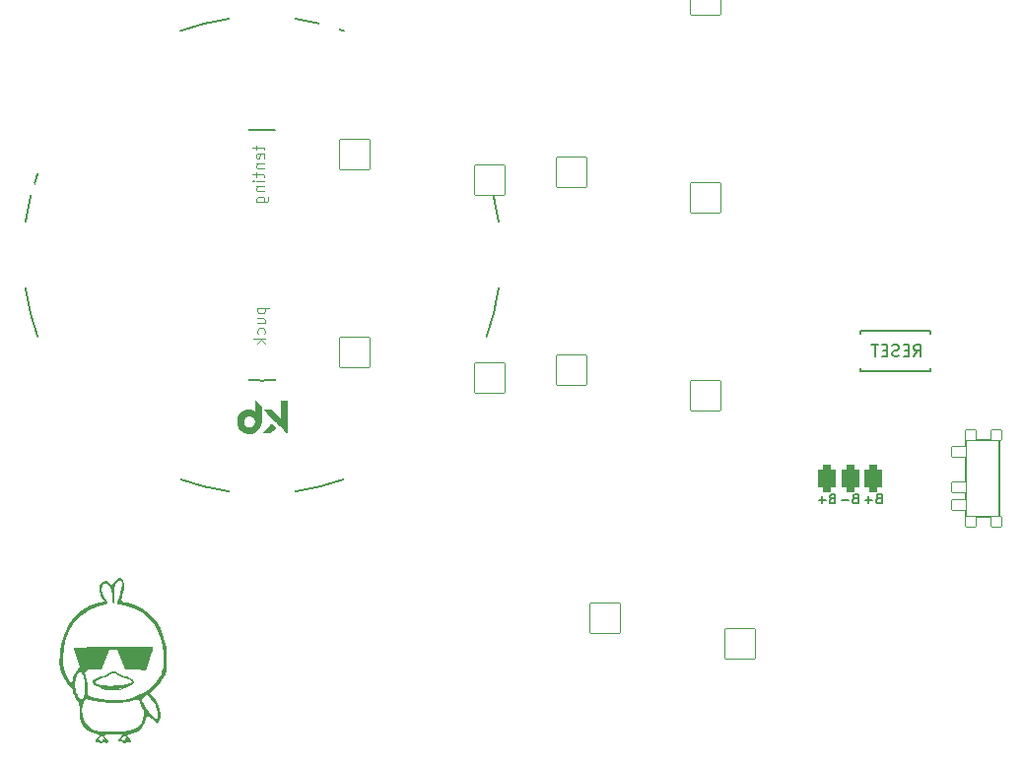
<source format=gbo>
%TF.GenerationSoftware,KiCad,Pcbnew,(6.0.4)*%
%TF.CreationDate,2022-05-26T21:53:46+02:00*%
%TF.ProjectId,batta,62617474-612e-46b6-9963-61645f706362,v1.0.0*%
%TF.SameCoordinates,Original*%
%TF.FileFunction,Legend,Bot*%
%TF.FilePolarity,Positive*%
%FSLAX46Y46*%
G04 Gerber Fmt 4.6, Leading zero omitted, Abs format (unit mm)*
G04 Created by KiCad (PCBNEW (6.0.4)) date 2022-05-26 21:53:46*
%MOMM*%
%LPD*%
G01*
G04 APERTURE LIST*
G04 Aperture macros list*
%AMRoundRect*
0 Rectangle with rounded corners*
0 $1 Rounding radius*
0 $2 $3 $4 $5 $6 $7 $8 $9 X,Y pos of 4 corners*
0 Add a 4 corners polygon primitive as box body*
4,1,4,$2,$3,$4,$5,$6,$7,$8,$9,$2,$3,0*
0 Add four circle primitives for the rounded corners*
1,1,$1+$1,$2,$3*
1,1,$1+$1,$4,$5*
1,1,$1+$1,$6,$7*
1,1,$1+$1,$8,$9*
0 Add four rect primitives between the rounded corners*
20,1,$1+$1,$2,$3,$4,$5,0*
20,1,$1+$1,$4,$5,$6,$7,0*
20,1,$1+$1,$6,$7,$8,$9,0*
20,1,$1+$1,$8,$9,$2,$3,0*%
%AMFreePoly0*
4,1,14,0.635355,0.435355,0.650000,0.400000,0.650000,0.200000,0.635355,0.164645,0.035355,-0.435355,0.000000,-0.450000,-0.035355,-0.435355,-0.635355,0.164645,-0.650000,0.200000,-0.650000,0.400000,-0.635355,0.435355,-0.600000,0.450000,0.600000,0.450000,0.635355,0.435355,0.635355,0.435355,$1*%
%AMFreePoly1*
4,1,16,0.635355,1.035355,0.650000,1.000000,0.650000,-0.250000,0.635355,-0.285355,0.600000,-0.300000,-0.600000,-0.300000,-0.635355,-0.285355,-0.650000,-0.250000,-0.650000,1.000000,-0.635355,1.035355,-0.600000,1.050000,-0.564645,1.035355,0.000000,0.470710,0.564645,1.035355,0.600000,1.050000,0.635355,1.035355,0.635355,1.035355,$1*%
G04 Aperture macros list end*
%ADD10C,0.150000*%
%ADD11C,0.100000*%
%ADD12C,0.200000*%
%ADD13C,0.010000*%
%ADD14RoundRect,0.375000X-0.375000X-0.750000X0.375000X-0.750000X0.375000X0.750000X-0.375000X0.750000X0*%
%ADD15C,0.250000*%
%ADD16RoundRect,0.425000X-0.375000X-0.750000X0.375000X-0.750000X0.375000X0.750000X-0.375000X0.750000X0*%
%ADD17C,2.100000*%
%ADD18C,3.100000*%
%ADD19C,1.801800*%
%ADD20C,3.529000*%
%ADD21RoundRect,0.050000X-1.054507X-1.505993X1.505993X-1.054507X1.054507X1.505993X-1.505993X1.054507X0*%
%ADD22C,2.132000*%
%ADD23RoundRect,0.050000X-1.181751X-1.408356X1.408356X-1.181751X1.181751X1.408356X-1.408356X1.181751X0*%
%ADD24RoundRect,0.050000X-1.300000X-1.300000X1.300000X-1.300000X1.300000X1.300000X-1.300000X1.300000X0*%
%ADD25RoundRect,0.050000X-1.592168X-0.919239X0.919239X-1.592168X1.592168X0.919239X-0.919239X1.592168X0*%
%ADD26RoundRect,0.050000X-0.450000X0.450000X-0.450000X-0.450000X0.450000X-0.450000X0.450000X0.450000X0*%
%ADD27C,1.100000*%
%ADD28RoundRect,0.050000X-0.625000X0.450000X-0.625000X-0.450000X0.625000X-0.450000X0.625000X0.450000X0*%
%ADD29RoundRect,0.050000X-0.974245X-1.559117X1.559117X-0.974245X0.974245X1.559117X-1.559117X0.974245X0*%
%ADD30RoundRect,0.050000X-0.863113X-1.623279X1.623279X-0.863113X0.863113X1.623279X-1.623279X0.863113X0*%
%ADD31C,4.500000*%
%ADD32FreePoly0,270.000000*%
%ADD33C,1.700000*%
%ADD34FreePoly0,90.000000*%
%ADD35FreePoly1,90.000000*%
%ADD36FreePoly1,270.000000*%
G04 APERTURE END LIST*
D10*
%TO.C,PAD1*%
X157092095Y66051142D02*
X156977809Y66013047D01*
X156939714Y65974952D01*
X156901619Y65898761D01*
X156901619Y65784476D01*
X156939714Y65708285D01*
X156977809Y65670190D01*
X157054000Y65632095D01*
X157358761Y65632095D01*
X157358761Y66432095D01*
X157092095Y66432095D01*
X157015904Y66394000D01*
X156977809Y66355904D01*
X156939714Y66279714D01*
X156939714Y66203523D01*
X156977809Y66127333D01*
X157015904Y66089238D01*
X157092095Y66051142D01*
X157358761Y66051142D01*
X156558761Y65936857D02*
X155949238Y65936857D01*
X156254000Y65632095D02*
X156254000Y66241619D01*
X153092095Y66051142D02*
X152977809Y66013047D01*
X152939714Y65974952D01*
X152901619Y65898761D01*
X152901619Y65784476D01*
X152939714Y65708285D01*
X152977809Y65670190D01*
X153054000Y65632095D01*
X153358761Y65632095D01*
X153358761Y66432095D01*
X153092095Y66432095D01*
X153015904Y66394000D01*
X152977809Y66355904D01*
X152939714Y66279714D01*
X152939714Y66203523D01*
X152977809Y66127333D01*
X153015904Y66089238D01*
X153092095Y66051142D01*
X153358761Y66051142D01*
X152558761Y65936857D02*
X151949238Y65936857D01*
X152254000Y65632095D02*
X152254000Y66241619D01*
X155092095Y66051142D02*
X154977809Y66013047D01*
X154939714Y65974952D01*
X154901619Y65898761D01*
X154901619Y65784476D01*
X154939714Y65708285D01*
X154977809Y65670190D01*
X155054000Y65632095D01*
X155358761Y65632095D01*
X155358761Y66432095D01*
X155092095Y66432095D01*
X155015904Y66394000D01*
X154977809Y66355904D01*
X154939714Y66279714D01*
X154939714Y66203523D01*
X154977809Y66127333D01*
X155015904Y66089238D01*
X155092095Y66051142D01*
X155358761Y66051142D01*
X154558761Y65936857D02*
X153949238Y65936857D01*
%TO.C,B1*%
X160127380Y78287619D02*
X160460714Y78763809D01*
X160698809Y78287619D02*
X160698809Y79287619D01*
X160317857Y79287619D01*
X160222619Y79240000D01*
X160175000Y79192380D01*
X160127380Y79097142D01*
X160127380Y78954285D01*
X160175000Y78859047D01*
X160222619Y78811428D01*
X160317857Y78763809D01*
X160698809Y78763809D01*
X159698809Y78811428D02*
X159365476Y78811428D01*
X159222619Y78287619D02*
X159698809Y78287619D01*
X159698809Y79287619D01*
X159222619Y79287619D01*
X158841666Y78335238D02*
X158698809Y78287619D01*
X158460714Y78287619D01*
X158365476Y78335238D01*
X158317857Y78382857D01*
X158270238Y78478095D01*
X158270238Y78573333D01*
X158317857Y78668571D01*
X158365476Y78716190D01*
X158460714Y78763809D01*
X158651190Y78811428D01*
X158746428Y78859047D01*
X158794047Y78906666D01*
X158841666Y79001904D01*
X158841666Y79097142D01*
X158794047Y79192380D01*
X158746428Y79240000D01*
X158651190Y79287619D01*
X158413095Y79287619D01*
X158270238Y79240000D01*
X157841666Y78811428D02*
X157508333Y78811428D01*
X157365476Y78287619D02*
X157841666Y78287619D01*
X157841666Y79287619D01*
X157365476Y79287619D01*
X157079761Y79287619D02*
X156508333Y79287619D01*
X156794047Y78287619D02*
X156794047Y79287619D01*
D11*
%TO.C,REF\u002A\u002A*%
X103671714Y96416500D02*
X103671714Y96035547D01*
X103338380Y96273642D02*
X104195523Y96273642D01*
X104290761Y96226023D01*
X104338380Y96130785D01*
X104338380Y96035547D01*
X104290761Y95321261D02*
X104338380Y95416500D01*
X104338380Y95606976D01*
X104290761Y95702214D01*
X104195523Y95749833D01*
X103814571Y95749833D01*
X103719333Y95702214D01*
X103671714Y95606976D01*
X103671714Y95416500D01*
X103719333Y95321261D01*
X103814571Y95273642D01*
X103909809Y95273642D01*
X104005047Y95749833D01*
X103671714Y94845071D02*
X104338380Y94845071D01*
X103766952Y94845071D02*
X103719333Y94797452D01*
X103671714Y94702214D01*
X103671714Y94559357D01*
X103719333Y94464119D01*
X103814571Y94416500D01*
X104338380Y94416500D01*
X103671714Y94083166D02*
X103671714Y93702214D01*
X103338380Y93940309D02*
X104195523Y93940309D01*
X104290761Y93892690D01*
X104338380Y93797452D01*
X104338380Y93702214D01*
X104338380Y93368880D02*
X103671714Y93368880D01*
X103338380Y93368880D02*
X103386000Y93416500D01*
X103433619Y93368880D01*
X103386000Y93321261D01*
X103338380Y93368880D01*
X103433619Y93368880D01*
X103671714Y92892690D02*
X104338380Y92892690D01*
X103766952Y92892690D02*
X103719333Y92845071D01*
X103671714Y92749833D01*
X103671714Y92606976D01*
X103719333Y92511738D01*
X103814571Y92464119D01*
X104338380Y92464119D01*
X103671714Y91559357D02*
X104481238Y91559357D01*
X104576476Y91606976D01*
X104624095Y91654595D01*
X104671714Y91749833D01*
X104671714Y91892690D01*
X104624095Y91987928D01*
X104290761Y91559357D02*
X104338380Y91654595D01*
X104338380Y91845071D01*
X104290761Y91940309D01*
X104243142Y91987928D01*
X104147904Y92035547D01*
X103862190Y92035547D01*
X103766952Y91987928D01*
X103719333Y91940309D01*
X103671714Y91845071D01*
X103671714Y91654595D01*
X103719333Y91559357D01*
X103735214Y82462500D02*
X104735214Y82462500D01*
X103782833Y82462500D02*
X103735214Y82367261D01*
X103735214Y82176785D01*
X103782833Y82081547D01*
X103830452Y82033928D01*
X103925690Y81986309D01*
X104211404Y81986309D01*
X104306642Y82033928D01*
X104354261Y82081547D01*
X104401880Y82176785D01*
X104401880Y82367261D01*
X104354261Y82462500D01*
X103735214Y81129166D02*
X104401880Y81129166D01*
X103735214Y81557738D02*
X104259023Y81557738D01*
X104354261Y81510119D01*
X104401880Y81414880D01*
X104401880Y81272023D01*
X104354261Y81176785D01*
X104306642Y81129166D01*
X104354261Y80224404D02*
X104401880Y80319642D01*
X104401880Y80510119D01*
X104354261Y80605357D01*
X104306642Y80652976D01*
X104211404Y80700595D01*
X103925690Y80700595D01*
X103830452Y80652976D01*
X103782833Y80605357D01*
X103735214Y80510119D01*
X103735214Y80319642D01*
X103782833Y80224404D01*
X104401880Y79795833D02*
X103401880Y79795833D01*
X104020928Y79700595D02*
X104401880Y79414880D01*
X103735214Y79414880D02*
X104116166Y79795833D01*
D10*
%TO.C,B1*%
X155548000Y76990000D02*
X155548000Y77240000D01*
X161548000Y76990000D02*
X155548000Y76990000D01*
X161548000Y80490000D02*
X161548000Y80240000D01*
X155548000Y80240000D02*
X155548000Y80490000D01*
X155548000Y80490000D02*
X161548000Y80490000D01*
X161548000Y77240000D02*
X161548000Y76990000D01*
%TO.C,T2*%
X167466000Y65832000D02*
X167466000Y69732000D01*
X164616000Y64482000D02*
X167466000Y64482000D01*
X167466000Y71082000D02*
X164616000Y71082000D01*
X164616000Y71082000D02*
X164616000Y64482000D01*
X167466000Y67782000D02*
X167466000Y71082000D01*
X167466000Y67782000D02*
X167466000Y64482000D01*
D12*
%TO.C,REF\u002A\u002A*%
X106997500Y66675000D02*
G75*
G03*
X111148045Y67708865I-2857506J20320019D01*
G01*
X104140000Y97790000D02*
G75*
G03*
X103011615Y97730864I-6J-10794921D01*
G01*
X83819999Y84137500D02*
G75*
G03*
X84853865Y79986954I20320001J2857500D01*
G01*
X105268385Y97730863D02*
G75*
G03*
X104140000Y97790000I-1128385J-10735763D01*
G01*
X101282500Y107315001D02*
G75*
G03*
X97131954Y106281135I2857500J-20320001D01*
G01*
X104140000Y76199999D02*
G75*
G03*
X105268385Y76259136I0J10794901D01*
G01*
X123426134Y79986952D02*
G75*
G03*
X124460000Y84137500I-19286134J7008048D01*
G01*
X103011615Y76259136D02*
G75*
G03*
X104140000Y76200000I1128379J10735785D01*
G01*
X84853865Y94003044D02*
G75*
G03*
X83820000Y89852500I19286255J-7008074D01*
G01*
X97131955Y67708865D02*
G75*
G03*
X101282500Y66675000I7008045J19286135D01*
G01*
X124460000Y89852500D02*
G75*
G03*
X123426134Y94003048I-20320000J-2857500D01*
G01*
X111148049Y106281133D02*
G75*
G03*
X106997500Y107315000I-7008049J-19286133D01*
G01*
G36*
X104017717Y72564636D02*
G01*
X104015104Y72536241D01*
X104006235Y72489791D01*
X103968682Y72362631D01*
X103913516Y72236768D01*
X103843824Y72118586D01*
X103762693Y72014466D01*
X103754299Y72005300D01*
X103645987Y71904974D01*
X103523567Y71820977D01*
X103390394Y71754998D01*
X103249826Y71708723D01*
X103105218Y71683842D01*
X103004972Y71679359D01*
X102856551Y71690758D01*
X102713132Y71723011D01*
X102576896Y71775034D01*
X102450021Y71845748D01*
X102334688Y71934070D01*
X102233075Y72038919D01*
X102147363Y72159212D01*
X102090108Y72266131D01*
X102036963Y72405367D01*
X102005607Y72549931D01*
X101999103Y72646295D01*
X102494342Y72646295D01*
X102494624Y72641005D01*
X102498942Y72585702D01*
X102506299Y72543410D01*
X102518944Y72504802D01*
X102539125Y72460556D01*
X102560613Y72422229D01*
X102602098Y72363435D01*
X102650155Y72307979D01*
X102699478Y72261785D01*
X102744764Y72230781D01*
X102760931Y72223005D01*
X102801836Y72205645D01*
X102844833Y72189559D01*
X102917660Y72170271D01*
X103021361Y72161750D01*
X103122902Y72174544D01*
X103219688Y72207676D01*
X103309120Y72260169D01*
X103388601Y72331046D01*
X103455535Y72419329D01*
X103484189Y72473474D01*
X103514621Y72567493D01*
X103525193Y72665042D01*
X103516887Y72762990D01*
X103490685Y72858203D01*
X103447572Y72947550D01*
X103388529Y73027896D01*
X103314539Y73096110D01*
X103226587Y73149059D01*
X103212584Y73155345D01*
X103114238Y73185970D01*
X103012886Y73196152D01*
X102911982Y73186832D01*
X102814983Y73158954D01*
X102725347Y73113458D01*
X102646530Y73051288D01*
X102581988Y72973384D01*
X102564218Y72944855D01*
X102520566Y72851432D01*
X102497710Y72753540D01*
X102494342Y72646295D01*
X101999103Y72646295D01*
X101995316Y72702409D01*
X101998877Y72792079D01*
X102021558Y72942358D01*
X102064310Y73084327D01*
X102126120Y73216312D01*
X102205978Y73336637D01*
X102302872Y73443626D01*
X102415792Y73535606D01*
X102543725Y73610899D01*
X102613576Y73643538D01*
X102688714Y73672755D01*
X102760366Y73692247D01*
X102836849Y73704184D01*
X102926484Y73710736D01*
X102944296Y73711404D01*
X103083497Y73704966D01*
X103213880Y73677290D01*
X103336096Y73628186D01*
X103450793Y73557464D01*
X103474927Y73540262D01*
X103499773Y73523919D01*
X103512204Y73517605D01*
X103513112Y73521635D01*
X103514561Y73545442D01*
X103515888Y73588565D01*
X103517057Y73648640D01*
X103518033Y73723302D01*
X103518783Y73810188D01*
X103519272Y73906933D01*
X103519464Y74011173D01*
X103519612Y74504741D01*
X104027316Y73994715D01*
X104027229Y73303001D01*
X104027226Y73291265D01*
X104026965Y73140791D01*
X104026301Y73003519D01*
X104025257Y72880863D01*
X104023854Y72774234D01*
X104022115Y72685045D01*
X104021531Y72665042D01*
X104020062Y72614708D01*
X104017717Y72564636D01*
G37*
D13*
X104017717Y72564636D02*
X104015104Y72536241D01*
X104006235Y72489791D01*
X103968682Y72362631D01*
X103913516Y72236768D01*
X103843824Y72118586D01*
X103762693Y72014466D01*
X103754299Y72005300D01*
X103645987Y71904974D01*
X103523567Y71820977D01*
X103390394Y71754998D01*
X103249826Y71708723D01*
X103105218Y71683842D01*
X103004972Y71679359D01*
X102856551Y71690758D01*
X102713132Y71723011D01*
X102576896Y71775034D01*
X102450021Y71845748D01*
X102334688Y71934070D01*
X102233075Y72038919D01*
X102147363Y72159212D01*
X102090108Y72266131D01*
X102036963Y72405367D01*
X102005607Y72549931D01*
X101999103Y72646295D01*
X102494342Y72646295D01*
X102494624Y72641005D01*
X102498942Y72585702D01*
X102506299Y72543410D01*
X102518944Y72504802D01*
X102539125Y72460556D01*
X102560613Y72422229D01*
X102602098Y72363435D01*
X102650155Y72307979D01*
X102699478Y72261785D01*
X102744764Y72230781D01*
X102760931Y72223005D01*
X102801836Y72205645D01*
X102844833Y72189559D01*
X102917660Y72170271D01*
X103021361Y72161750D01*
X103122902Y72174544D01*
X103219688Y72207676D01*
X103309120Y72260169D01*
X103388601Y72331046D01*
X103455535Y72419329D01*
X103484189Y72473474D01*
X103514621Y72567493D01*
X103525193Y72665042D01*
X103516887Y72762990D01*
X103490685Y72858203D01*
X103447572Y72947550D01*
X103388529Y73027896D01*
X103314539Y73096110D01*
X103226587Y73149059D01*
X103212584Y73155345D01*
X103114238Y73185970D01*
X103012886Y73196152D01*
X102911982Y73186832D01*
X102814983Y73158954D01*
X102725347Y73113458D01*
X102646530Y73051288D01*
X102581988Y72973384D01*
X102564218Y72944855D01*
X102520566Y72851432D01*
X102497710Y72753540D01*
X102494342Y72646295D01*
X101999103Y72646295D01*
X101995316Y72702409D01*
X101998877Y72792079D01*
X102021558Y72942358D01*
X102064310Y73084327D01*
X102126120Y73216312D01*
X102205978Y73336637D01*
X102302872Y73443626D01*
X102415792Y73535606D01*
X102543725Y73610899D01*
X102613576Y73643538D01*
X102688714Y73672755D01*
X102760366Y73692247D01*
X102836849Y73704184D01*
X102926484Y73710736D01*
X102944296Y73711404D01*
X103083497Y73704966D01*
X103213880Y73677290D01*
X103336096Y73628186D01*
X103450793Y73557464D01*
X103474927Y73540262D01*
X103499773Y73523919D01*
X103512204Y73517605D01*
X103513112Y73521635D01*
X103514561Y73545442D01*
X103515888Y73588565D01*
X103517057Y73648640D01*
X103518033Y73723302D01*
X103518783Y73810188D01*
X103519272Y73906933D01*
X103519464Y74011173D01*
X103519612Y74504741D01*
X104027316Y73994715D01*
X104027229Y73303001D01*
X104027226Y73291265D01*
X104026965Y73140791D01*
X104026301Y73003519D01*
X104025257Y72880863D01*
X104023854Y72774234D01*
X104022115Y72685045D01*
X104021531Y72665042D01*
X104020062Y72614708D01*
X104017717Y72564636D01*
G36*
X106220952Y71768644D02*
G01*
X106130108Y71860920D01*
X106116327Y71874916D01*
X106084466Y71907269D01*
X106038519Y71953923D01*
X105979703Y72013641D01*
X105909236Y72085186D01*
X105828337Y72167323D01*
X105738222Y72258816D01*
X105640110Y72358427D01*
X105535218Y72464920D01*
X105424764Y72577060D01*
X105309965Y72693609D01*
X105192040Y72813332D01*
X104344816Y73673469D01*
X104633184Y73676562D01*
X104921552Y73679656D01*
X105724498Y72876956D01*
X105724498Y74510514D01*
X106220952Y74510514D01*
X106220952Y71768644D01*
G37*
X106220952Y71768644D02*
X106130108Y71860920D01*
X106116327Y71874916D01*
X106084466Y71907269D01*
X106038519Y71953923D01*
X105979703Y72013641D01*
X105909236Y72085186D01*
X105828337Y72167323D01*
X105738222Y72258816D01*
X105640110Y72358427D01*
X105535218Y72464920D01*
X105424764Y72577060D01*
X105309965Y72693609D01*
X105192040Y72813332D01*
X104344816Y73673469D01*
X104633184Y73676562D01*
X104921552Y73679656D01*
X105724498Y72876956D01*
X105724498Y74510514D01*
X106220952Y74510514D01*
X106220952Y71768644D01*
G36*
X104927184Y72478331D02*
G01*
X104939413Y72468283D01*
X104964895Y72444663D01*
X105001042Y72409950D01*
X105045266Y72366625D01*
X105094979Y72317170D01*
X105256014Y72155826D01*
X105222132Y72118011D01*
X105218955Y72114519D01*
X105197087Y72091310D01*
X105162741Y72055564D01*
X105118925Y72010384D01*
X105068642Y71958871D01*
X105014900Y71904128D01*
X104841550Y71728059D01*
X104221536Y71728059D01*
X104249837Y71761694D01*
X104252130Y71764385D01*
X104272798Y71787614D01*
X104305556Y71823454D01*
X104348416Y71869799D01*
X104399388Y71924542D01*
X104456484Y71985577D01*
X104517714Y72050796D01*
X104581089Y72118094D01*
X104644622Y72185364D01*
X104706321Y72250499D01*
X104764200Y72311393D01*
X104816267Y72365939D01*
X104860536Y72412031D01*
X104895015Y72447562D01*
X104917718Y72470425D01*
X104926653Y72478514D01*
X104927184Y72478331D01*
G37*
X104927184Y72478331D02*
X104939413Y72468283D01*
X104964895Y72444663D01*
X105001042Y72409950D01*
X105045266Y72366625D01*
X105094979Y72317170D01*
X105256014Y72155826D01*
X105222132Y72118011D01*
X105218955Y72114519D01*
X105197087Y72091310D01*
X105162741Y72055564D01*
X105118925Y72010384D01*
X105068642Y71958871D01*
X105014900Y71904128D01*
X104841550Y71728059D01*
X104221536Y71728059D01*
X104249837Y71761694D01*
X104252130Y71764385D01*
X104272798Y71787614D01*
X104305556Y71823454D01*
X104348416Y71869799D01*
X104399388Y71924542D01*
X104456484Y71985577D01*
X104517714Y72050796D01*
X104581089Y72118094D01*
X104644622Y72185364D01*
X104706321Y72250499D01*
X104764200Y72311393D01*
X104816267Y72365939D01*
X104860536Y72412031D01*
X104895015Y72447562D01*
X104917718Y72470425D01*
X104926653Y72478514D01*
X104927184Y72478331D01*
%TO.C,G\u002A\u002A\u002A*%
G36*
X92090151Y49627570D02*
G01*
X91856858Y49563258D01*
X91606747Y49544050D01*
X91270667Y49555225D01*
X90986219Y49576367D01*
X90716312Y49619910D01*
X90580476Y49661218D01*
X91121943Y49661218D01*
X91172212Y49644332D01*
X91355333Y49637727D01*
X91479582Y49640197D01*
X91585956Y49653481D01*
X91545833Y49674419D01*
X91411551Y49688426D01*
X91164833Y49674419D01*
X91121943Y49661218D01*
X90580476Y49661218D01*
X90454058Y49699662D01*
X90336275Y49750486D01*
X91801597Y49750486D01*
X91802908Y49721584D01*
X91912722Y49706018D01*
X91995945Y49719576D01*
X91963875Y49757170D01*
X91914914Y49770698D01*
X91801597Y49750486D01*
X90336275Y49750486D01*
X90147996Y49831729D01*
X89746667Y50032217D01*
X89668282Y50103879D01*
X89592425Y50280900D01*
X89592991Y50288759D01*
X89799283Y50288759D01*
X89857983Y50173540D01*
X90085333Y50063946D01*
X90307118Y50010411D01*
X90683604Y49968327D01*
X91124575Y49954937D01*
X91591166Y49967895D01*
X92044513Y50004850D01*
X92445752Y50063456D01*
X92756017Y50141363D01*
X92936445Y50236223D01*
X92952870Y50257106D01*
X92927648Y50360963D01*
X92745368Y50474542D01*
X92415354Y50591486D01*
X92240003Y50649272D01*
X91952971Y50770367D01*
X91750142Y50888931D01*
X91523133Y51016450D01*
X91238078Y51033650D01*
X90976467Y50886671D01*
X90852165Y50800634D01*
X90595190Y50675590D01*
X90293677Y50565696D01*
X90185675Y50530865D01*
X89908694Y50408302D01*
X89799283Y50288759D01*
X89592991Y50288759D01*
X89600521Y50393243D01*
X89700681Y50507134D01*
X89931092Y50630227D01*
X90037253Y50675334D01*
X90293403Y50762614D01*
X90481004Y50798141D01*
X90508079Y50800318D01*
X90704595Y50871562D01*
X90916560Y51011667D01*
X90965819Y51051487D01*
X91239808Y51197658D01*
X91507205Y51187960D01*
X91805483Y51022867D01*
X91824727Y51009006D01*
X92105319Y50861058D01*
X92401455Y50772737D01*
X92521155Y50750092D01*
X92839092Y50637187D01*
X93054233Y50476210D01*
X93133333Y50289127D01*
X93129109Y50257106D01*
X93128339Y50251266D01*
X93048156Y50134183D01*
X92852697Y49996498D01*
X92519500Y49821081D01*
X92375777Y49751706D01*
X92301849Y49719576D01*
X92149770Y49653481D01*
X92090151Y49627570D01*
G37*
G36*
X95259442Y46905333D02*
G01*
X95080028Y46693667D01*
X94889847Y46914905D01*
X94698073Y47106204D01*
X94483991Y47273234D01*
X94268316Y47410324D01*
X94167046Y47031686D01*
X94089659Y46807333D01*
X93826231Y46382822D01*
X93454214Y46064981D01*
X93000861Y45880708D01*
X92750623Y45812245D01*
X92577737Y45718440D01*
X92565769Y45611711D01*
X92710000Y45485649D01*
X92812742Y45386672D01*
X92838027Y45320075D01*
X92879333Y45211283D01*
X92867101Y45088285D01*
X92797061Y45052079D01*
X92628231Y45125783D01*
X92504914Y45163962D01*
X92424787Y45083450D01*
X92373787Y45001950D01*
X92253044Y44966823D01*
X92151542Y45075644D01*
X92099140Y45135602D01*
X91942532Y45150436D01*
X91859061Y45142079D01*
X91782767Y45206006D01*
X91807863Y45319653D01*
X91976775Y45319653D01*
X92048529Y45326426D01*
X92135489Y45332391D01*
X92230055Y45228474D01*
X92242357Y45187625D01*
X92279397Y45154979D01*
X92330367Y45277285D01*
X92342796Y45313841D01*
X92410581Y45414172D01*
X92510721Y45371053D01*
X92582415Y45325425D01*
X92676964Y45320075D01*
X92665574Y45373346D01*
X92547918Y45462119D01*
X92438257Y45550734D01*
X92364649Y45701812D01*
X92350157Y45792713D01*
X92312119Y45720000D01*
X92237115Y45597619D01*
X92085970Y45436952D01*
X92038370Y45394588D01*
X91976775Y45319653D01*
X91807863Y45319653D01*
X91812613Y45341165D01*
X91948000Y45508333D01*
X92060721Y45628613D01*
X92117333Y45733122D01*
X92098058Y45749097D01*
X91951057Y45777605D01*
X91690892Y45797310D01*
X91355333Y45804667D01*
X90960743Y45795436D01*
X90703987Y45761712D01*
X90593063Y45696462D01*
X90616460Y45592668D01*
X90762667Y45443312D01*
X90872249Y45318914D01*
X90895969Y45259995D01*
X90932000Y45170496D01*
X90876192Y45067763D01*
X90749393Y45049312D01*
X90632536Y45132400D01*
X90574992Y45161809D01*
X90463905Y45068900D01*
X90453052Y45054460D01*
X90347871Y44966615D01*
X90243433Y45021500D01*
X90175286Y45071084D01*
X89983733Y45127333D01*
X89929490Y45133637D01*
X89840726Y45215190D01*
X89861931Y45331615D01*
X90042325Y45331615D01*
X90101196Y45329547D01*
X90187380Y45333538D01*
X90273434Y45228474D01*
X90285393Y45177281D01*
X90322678Y45140838D01*
X90397544Y45250334D01*
X90432231Y45306915D01*
X90518980Y45368307D01*
X90648640Y45295229D01*
X90710894Y45250200D01*
X90725299Y45259995D01*
X90625277Y45383896D01*
X90485462Y45567764D01*
X90399127Y45720000D01*
X90398865Y45720718D01*
X90360071Y45797530D01*
X90346018Y45709160D01*
X90292576Y45580603D01*
X90148833Y45429234D01*
X90129500Y45414616D01*
X90042325Y45331615D01*
X89861931Y45331615D01*
X89865276Y45349982D01*
X90000667Y45485649D01*
X90091006Y45551564D01*
X90161167Y45676732D01*
X90066699Y45776951D01*
X89810167Y45847352D01*
X89797828Y45849377D01*
X89321255Y46011629D01*
X88920784Y46311861D01*
X88631089Y46724285D01*
X88547814Y46918086D01*
X88483345Y47159840D01*
X88453408Y47456258D01*
X88448903Y47864280D01*
X88448860Y47901843D01*
X88669666Y47901843D01*
X88703855Y47378080D01*
X88863259Y46906486D01*
X89135834Y46517674D01*
X89509535Y46242256D01*
X89547740Y46223624D01*
X89736097Y46145150D01*
X89940546Y46090693D01*
X90199395Y46054516D01*
X90550955Y46030884D01*
X91033535Y46014059D01*
X91604697Y46005675D01*
X92223194Y46023676D01*
X92711581Y46080229D01*
X93090819Y46181432D01*
X93381870Y46333383D01*
X93605694Y46542178D01*
X93783254Y46813915D01*
X93884529Y47050475D01*
X93966471Y47430221D01*
X93955436Y47779890D01*
X93848576Y48045717D01*
X93833639Y48066821D01*
X93726099Y48276554D01*
X93636048Y48533628D01*
X93578673Y48712155D01*
X93506930Y48800658D01*
X93404947Y48778602D01*
X93384596Y48769158D01*
X93206335Y48709770D01*
X92924680Y48633483D01*
X92590784Y48554382D01*
X92525628Y48540603D01*
X91826584Y48453659D01*
X91062673Y48450520D01*
X90306225Y48528041D01*
X89629571Y48683080D01*
X89337909Y48766803D01*
X89078710Y48800246D01*
X88912449Y48736468D01*
X88804247Y48558916D01*
X88719226Y48251036D01*
X88669666Y47901843D01*
X88448860Y47901843D01*
X88448570Y48157704D01*
X88433264Y48435229D01*
X88397135Y48592581D01*
X88336186Y48657889D01*
X88292845Y48685392D01*
X88163348Y48841409D01*
X88030098Y49072370D01*
X87926010Y49316190D01*
X87884000Y49510787D01*
X87877492Y49551718D01*
X87786503Y49725426D01*
X87622447Y49916326D01*
X87466162Y50086417D01*
X88083034Y50086417D01*
X88137891Y49530457D01*
X88172798Y49410235D01*
X88293625Y49134049D01*
X88433471Y48938144D01*
X88631612Y48752000D01*
X88784621Y48985520D01*
X88791980Y48997211D01*
X88884587Y49257259D01*
X88932045Y49618011D01*
X88933874Y50020552D01*
X88889593Y50405965D01*
X88798723Y50715333D01*
X88784513Y50746852D01*
X88680312Y50990303D01*
X88606909Y51181000D01*
X88593108Y51218654D01*
X88546548Y51273984D01*
X88475508Y51214714D01*
X88352074Y51023603D01*
X88175494Y50629602D01*
X88083034Y50086417D01*
X87466162Y50086417D01*
X87391662Y50167498D01*
X87046687Y50728695D01*
X86828912Y51387274D01*
X86740310Y52131605D01*
X86751634Y52349453D01*
X87037333Y52349453D01*
X87051598Y51916053D01*
X87132256Y51369611D01*
X87296742Y50893902D01*
X87559358Y50436515D01*
X87771877Y50123765D01*
X87914579Y50637039D01*
X87972624Y50817483D01*
X88120243Y51145386D01*
X88282024Y51375054D01*
X88506766Y51599797D01*
X88227747Y52389373D01*
X88150937Y52612082D01*
X88054480Y52911971D01*
X87995123Y53124433D01*
X87983469Y53213691D01*
X87993327Y53216156D01*
X88129931Y53225891D01*
X88412109Y53237554D01*
X88821589Y53250639D01*
X89340102Y53264643D01*
X89949378Y53279060D01*
X90631145Y53293386D01*
X91367135Y53307118D01*
X92255177Y53321149D01*
X93039608Y53329805D01*
X93668620Y53331980D01*
X94149312Y53327606D01*
X94488786Y53316614D01*
X94694143Y53298938D01*
X94772483Y53274508D01*
X94767050Y53168229D01*
X94709196Y52937387D01*
X94608276Y52617411D01*
X94474266Y52242808D01*
X94119625Y51302404D01*
X93267568Y51326369D01*
X92415512Y51350333D01*
X91721764Y53043667D01*
X91061220Y53043667D01*
X90714393Y52197000D01*
X90367567Y51350333D01*
X89624569Y51325736D01*
X89581125Y51324380D01*
X89251435Y51316045D01*
X89046381Y51294134D01*
X88947795Y51228177D01*
X88937510Y51087705D01*
X88997359Y50842247D01*
X89109173Y50461333D01*
X89177659Y50153477D01*
X89180290Y50020552D01*
X89189460Y49557344D01*
X89136032Y49119020D01*
X89716516Y48933069D01*
X89841603Y48896360D01*
X90369152Y48790313D01*
X90973967Y48726463D01*
X91596441Y48707253D01*
X92176969Y48735128D01*
X92655943Y48812532D01*
X92706688Y48829326D01*
X93811494Y48829326D01*
X93850368Y48650301D01*
X93978490Y48361811D01*
X94168946Y48035634D01*
X94393603Y47719169D01*
X94624329Y47459817D01*
X94656620Y47430221D01*
X94829582Y47271693D01*
X95003381Y47129176D01*
X95095814Y47074667D01*
X95119990Y47087971D01*
X95156983Y47216558D01*
X95164551Y47442068D01*
X95145264Y47715410D01*
X95101694Y47987490D01*
X95036409Y48209213D01*
X94983846Y48317075D01*
X94810897Y48591777D01*
X94605022Y48852562D01*
X94437735Y49031678D01*
X94314785Y49124283D01*
X94204974Y49127257D01*
X94056613Y49060169D01*
X94044045Y49053534D01*
X93879054Y48935990D01*
X93811494Y48829326D01*
X92706688Y48829326D01*
X93345072Y49040600D01*
X94037636Y49392478D01*
X94638727Y49832535D01*
X95123451Y50342255D01*
X95466911Y50903122D01*
X95546050Y51083499D01*
X95632071Y51325438D01*
X95680933Y51568424D01*
X95702355Y51868489D01*
X95706059Y52281667D01*
X95693847Y52699333D01*
X95604551Y53426649D01*
X95415106Y54106223D01*
X95109351Y54806437D01*
X94904161Y55171778D01*
X94429924Y55784119D01*
X93852712Y56266115D01*
X93164860Y56623495D01*
X92358703Y56861985D01*
X92308022Y56872616D01*
X92016096Y56936566D01*
X91804460Y56987479D01*
X91715967Y57015145D01*
X91713630Y57022716D01*
X91739213Y57134187D01*
X91810757Y57327500D01*
X91886846Y57539207D01*
X91984172Y57898858D01*
X92055789Y58267712D01*
X92091429Y58589494D01*
X92080827Y58807926D01*
X92019249Y58938007D01*
X91857400Y59012667D01*
X91828545Y59010770D01*
X91662876Y58905839D01*
X91540976Y58646886D01*
X91465724Y58242946D01*
X91440000Y57703053D01*
X91433060Y57388386D01*
X91411015Y57130475D01*
X91380090Y57000986D01*
X91346732Y57009934D01*
X91317386Y57167336D01*
X91298501Y57483209D01*
X91271962Y57785990D01*
X91168895Y58198090D01*
X91003192Y58513086D01*
X90789296Y58696561D01*
X90696143Y58729953D01*
X90519528Y58709447D01*
X90415656Y58540138D01*
X90381667Y58218676D01*
X90429683Y57882479D01*
X90607334Y57560621D01*
X90744157Y57372524D01*
X90855912Y57157979D01*
X90831634Y57017781D01*
X90660337Y56923552D01*
X90331037Y56846916D01*
X89974894Y56762944D01*
X89250956Y56473262D01*
X88613053Y56048956D01*
X88070423Y55502637D01*
X87632300Y54846916D01*
X87307920Y54094405D01*
X87106519Y53257713D01*
X87037333Y52349453D01*
X86751634Y52349453D01*
X86782854Y52950057D01*
X86958516Y53830998D01*
X87174637Y54484422D01*
X87560594Y55256015D01*
X88051518Y55909912D01*
X88638665Y56436989D01*
X89313291Y56828122D01*
X90066652Y57074187D01*
X90280479Y57121611D01*
X90486705Y57170687D01*
X90576352Y57196777D01*
X90573828Y57217299D01*
X90509179Y57340230D01*
X90385852Y57532889D01*
X90247409Y57795491D01*
X90164290Y58171560D01*
X90207669Y58522480D01*
X90377818Y58804849D01*
X90497321Y58916981D01*
X90644764Y58996560D01*
X90794198Y58957237D01*
X91004308Y58798407D01*
X91258941Y58584147D01*
X91370637Y58816498D01*
X91502017Y59002620D01*
X91709381Y59176116D01*
X91843944Y59243239D01*
X91971315Y59248022D01*
X92111548Y59144903D01*
X92209675Y59005694D01*
X92281521Y58691329D01*
X92265796Y58264949D01*
X92161780Y57746604D01*
X92114589Y57550014D01*
X92078996Y57339930D01*
X92083079Y57240699D01*
X92152549Y57211120D01*
X92349183Y57156755D01*
X92619750Y57096064D01*
X93106798Y56964555D01*
X93818391Y56638224D01*
X94440856Y56178241D01*
X94967025Y55595014D01*
X95389730Y54898953D01*
X95701804Y54100466D01*
X95896078Y53209961D01*
X95962260Y52281667D01*
X95965384Y52237846D01*
X95965914Y51982525D01*
X95959961Y51628150D01*
X95938003Y51369785D01*
X95891675Y51160285D01*
X95812614Y50952507D01*
X95692459Y50699309D01*
X95433312Y50261863D01*
X94956756Y49716888D01*
X94498261Y49297850D01*
X94754885Y49054092D01*
X94995219Y48770123D01*
X95212833Y48378525D01*
X95357385Y47956541D01*
X95419553Y47543879D01*
X95411282Y47442068D01*
X95390013Y47180241D01*
X95259442Y46905333D01*
G37*
%TD*%
D14*
%TO.C,PAD1*%
X152654000Y67794000D03*
X156654000Y67794000D03*
X154654000Y67794000D03*
%TD*%
%LPC*%
D15*
%TO.C,*%
X154811000Y114046000D02*
G75*
G03*
X154811000Y114046000I-125000J0D01*
G01*
X156335000Y98806000D02*
G75*
G03*
X156335000Y98806000I-125000J0D01*
G01*
X154811000Y106426000D02*
G75*
G03*
X154811000Y106426000I-125000J0D01*
G01*
X156335000Y96266000D02*
G75*
G03*
X156335000Y96266000I-125000J0D01*
G01*
X154811000Y98806000D02*
G75*
G03*
X154811000Y98806000I-125000J0D01*
G01*
X154811000Y91186000D02*
G75*
G03*
X154811000Y91186000I-125000J0D01*
G01*
X156335000Y106426000D02*
G75*
G03*
X156335000Y106426000I-125000J0D01*
G01*
X154811000Y93726000D02*
G75*
G03*
X154811000Y93726000I-125000J0D01*
G01*
X156335000Y93726000D02*
G75*
G03*
X156335000Y93726000I-125000J0D01*
G01*
X154811000Y108966000D02*
G75*
G03*
X154811000Y108966000I-125000J0D01*
G01*
X154811000Y116586000D02*
G75*
G03*
X154811000Y116586000I-125000J0D01*
G01*
X154811000Y103886000D02*
G75*
G03*
X154811000Y103886000I-125000J0D01*
G01*
X156335000Y119126000D02*
G75*
G03*
X156335000Y119126000I-125000J0D01*
G01*
X156335000Y111506000D02*
G75*
G03*
X156335000Y111506000I-125000J0D01*
G01*
X156335000Y116586000D02*
G75*
G03*
X156335000Y116586000I-125000J0D01*
G01*
X154811000Y101346000D02*
G75*
G03*
X154811000Y101346000I-125000J0D01*
G01*
X154811000Y96266000D02*
G75*
G03*
X154811000Y96266000I-125000J0D01*
G01*
X154811000Y119126000D02*
G75*
G03*
X154811000Y119126000I-125000J0D01*
G01*
X156335000Y108966000D02*
G75*
G03*
X156335000Y108966000I-125000J0D01*
G01*
X156335000Y101346000D02*
G75*
G03*
X156335000Y101346000I-125000J0D01*
G01*
X156335000Y114046000D02*
G75*
G03*
X156335000Y114046000I-125000J0D01*
G01*
X154811000Y111506000D02*
G75*
G03*
X154811000Y111506000I-125000J0D01*
G01*
X156335000Y103886000D02*
G75*
G03*
X156335000Y103886000I-125000J0D01*
G01*
X156335000Y91186000D02*
G75*
G03*
X156335000Y91186000I-125000J0D01*
G01*
G36*
X150368000Y103378000D02*
G01*
X149352000Y103378000D01*
X149352000Y104394000D01*
X150368000Y104394000D01*
X150368000Y103378000D01*
G37*
D11*
X150368000Y103378000D02*
X149352000Y103378000D01*
X149352000Y104394000D01*
X150368000Y104394000D01*
X150368000Y103378000D01*
G36*
X150368000Y93218000D02*
G01*
X149352000Y93218000D01*
X149352000Y94234000D01*
X150368000Y94234000D01*
X150368000Y93218000D01*
G37*
X150368000Y93218000D02*
X149352000Y93218000D01*
X149352000Y94234000D01*
X150368000Y94234000D01*
X150368000Y93218000D01*
G36*
X161544000Y100838000D02*
G01*
X160528000Y100838000D01*
X160528000Y101854000D01*
X161544000Y101854000D01*
X161544000Y100838000D01*
G37*
X161544000Y100838000D02*
X160528000Y100838000D01*
X160528000Y101854000D01*
X161544000Y101854000D01*
X161544000Y100838000D01*
G36*
X161544000Y118618000D02*
G01*
X160528000Y118618000D01*
X160528000Y119634000D01*
X161544000Y119634000D01*
X161544000Y118618000D01*
G37*
X161544000Y118618000D02*
X160528000Y118618000D01*
X160528000Y119634000D01*
X161544000Y119634000D01*
X161544000Y118618000D01*
G36*
X150368000Y90678000D02*
G01*
X149352000Y90678000D01*
X149352000Y91694000D01*
X150368000Y91694000D01*
X150368000Y90678000D01*
G37*
X150368000Y90678000D02*
X149352000Y90678000D01*
X149352000Y91694000D01*
X150368000Y91694000D01*
X150368000Y90678000D01*
G36*
X161544000Y116078000D02*
G01*
X160528000Y116078000D01*
X160528000Y117094000D01*
X161544000Y117094000D01*
X161544000Y116078000D01*
G37*
X161544000Y116078000D02*
X160528000Y116078000D01*
X160528000Y117094000D01*
X161544000Y117094000D01*
X161544000Y116078000D01*
G36*
X150368000Y98298000D02*
G01*
X149352000Y98298000D01*
X149352000Y99314000D01*
X150368000Y99314000D01*
X150368000Y98298000D01*
G37*
X150368000Y98298000D02*
X149352000Y98298000D01*
X149352000Y99314000D01*
X150368000Y99314000D01*
X150368000Y98298000D01*
G36*
X161544000Y103378000D02*
G01*
X160528000Y103378000D01*
X160528000Y104394000D01*
X161544000Y104394000D01*
X161544000Y103378000D01*
G37*
X161544000Y103378000D02*
X160528000Y103378000D01*
X160528000Y104394000D01*
X161544000Y104394000D01*
X161544000Y103378000D01*
G36*
X161544000Y98298000D02*
G01*
X160528000Y98298000D01*
X160528000Y99314000D01*
X161544000Y99314000D01*
X161544000Y98298000D01*
G37*
X161544000Y98298000D02*
X160528000Y98298000D01*
X160528000Y99314000D01*
X161544000Y99314000D01*
X161544000Y98298000D01*
G36*
X161544000Y105918000D02*
G01*
X160528000Y105918000D01*
X160528000Y106934000D01*
X161544000Y106934000D01*
X161544000Y105918000D01*
G37*
X161544000Y105918000D02*
X160528000Y105918000D01*
X160528000Y106934000D01*
X161544000Y106934000D01*
X161544000Y105918000D01*
G36*
X150368000Y113538000D02*
G01*
X149352000Y113538000D01*
X149352000Y114554000D01*
X150368000Y114554000D01*
X150368000Y113538000D01*
G37*
X150368000Y113538000D02*
X149352000Y113538000D01*
X149352000Y114554000D01*
X150368000Y114554000D01*
X150368000Y113538000D01*
G36*
X150368000Y108458000D02*
G01*
X149352000Y108458000D01*
X149352000Y109474000D01*
X150368000Y109474000D01*
X150368000Y108458000D01*
G37*
X150368000Y108458000D02*
X149352000Y108458000D01*
X149352000Y109474000D01*
X150368000Y109474000D01*
X150368000Y108458000D01*
G36*
X161544000Y95758000D02*
G01*
X160528000Y95758000D01*
X160528000Y96774000D01*
X161544000Y96774000D01*
X161544000Y95758000D01*
G37*
X161544000Y95758000D02*
X160528000Y95758000D01*
X160528000Y96774000D01*
X161544000Y96774000D01*
X161544000Y95758000D01*
G36*
X150368000Y110998000D02*
G01*
X149352000Y110998000D01*
X149352000Y112014000D01*
X150368000Y112014000D01*
X150368000Y110998000D01*
G37*
X150368000Y110998000D02*
X149352000Y110998000D01*
X149352000Y112014000D01*
X150368000Y112014000D01*
X150368000Y110998000D01*
G36*
X150368000Y95758000D02*
G01*
X149352000Y95758000D01*
X149352000Y96774000D01*
X150368000Y96774000D01*
X150368000Y95758000D01*
G37*
X150368000Y95758000D02*
X149352000Y95758000D01*
X149352000Y96774000D01*
X150368000Y96774000D01*
X150368000Y95758000D01*
G36*
X161544000Y93218000D02*
G01*
X160528000Y93218000D01*
X160528000Y94234000D01*
X161544000Y94234000D01*
X161544000Y93218000D01*
G37*
X161544000Y93218000D02*
X160528000Y93218000D01*
X160528000Y94234000D01*
X161544000Y94234000D01*
X161544000Y93218000D01*
G36*
X161544000Y108458000D02*
G01*
X160528000Y108458000D01*
X160528000Y109474000D01*
X161544000Y109474000D01*
X161544000Y108458000D01*
G37*
X161544000Y108458000D02*
X160528000Y108458000D01*
X160528000Y109474000D01*
X161544000Y109474000D01*
X161544000Y108458000D01*
G36*
X150368000Y116078000D02*
G01*
X149352000Y116078000D01*
X149352000Y117094000D01*
X150368000Y117094000D01*
X150368000Y116078000D01*
G37*
X150368000Y116078000D02*
X149352000Y116078000D01*
X149352000Y117094000D01*
X150368000Y117094000D01*
X150368000Y116078000D01*
G36*
X161544000Y90678000D02*
G01*
X160528000Y90678000D01*
X160528000Y91694000D01*
X161544000Y91694000D01*
X161544000Y90678000D01*
G37*
X161544000Y90678000D02*
X160528000Y90678000D01*
X160528000Y91694000D01*
X161544000Y91694000D01*
X161544000Y90678000D01*
G36*
X161544000Y110998000D02*
G01*
X160528000Y110998000D01*
X160528000Y112014000D01*
X161544000Y112014000D01*
X161544000Y110998000D01*
G37*
X161544000Y110998000D02*
X160528000Y110998000D01*
X160528000Y112014000D01*
X161544000Y112014000D01*
X161544000Y110998000D01*
G36*
X161544000Y113538000D02*
G01*
X160528000Y113538000D01*
X160528000Y114554000D01*
X161544000Y114554000D01*
X161544000Y113538000D01*
G37*
X161544000Y113538000D02*
X160528000Y113538000D01*
X160528000Y114554000D01*
X161544000Y114554000D01*
X161544000Y113538000D01*
G36*
X150368000Y118618000D02*
G01*
X149352000Y118618000D01*
X149352000Y119634000D01*
X150368000Y119634000D01*
X150368000Y118618000D01*
G37*
X150368000Y118618000D02*
X149352000Y118618000D01*
X149352000Y119634000D01*
X150368000Y119634000D01*
X150368000Y118618000D01*
G36*
X150368000Y105918000D02*
G01*
X149352000Y105918000D01*
X149352000Y106934000D01*
X150368000Y106934000D01*
X150368000Y105918000D01*
G37*
X150368000Y105918000D02*
X149352000Y105918000D01*
X149352000Y106934000D01*
X150368000Y106934000D01*
X150368000Y105918000D01*
G36*
X150368000Y100838000D02*
G01*
X149352000Y100838000D01*
X149352000Y101854000D01*
X150368000Y101854000D01*
X150368000Y100838000D01*
G37*
X150368000Y100838000D02*
X149352000Y100838000D01*
X149352000Y101854000D01*
X150368000Y101854000D01*
X150368000Y100838000D01*
%TD*%
D16*
%TO.C,PAD1*%
X152654000Y67794000D03*
X156654000Y67794000D03*
X154654000Y67794000D03*
%TD*%
D17*
%TO.C,B1*%
X161798000Y78740000D03*
X155298000Y78740000D03*
%TD*%
D18*
%TO.C,S11*%
X76973296Y109514099D03*
X71667231Y110812436D03*
D19*
X78116881Y105907895D03*
X67283995Y103997765D03*
D20*
X72700438Y104952830D03*
D18*
X67125219Y107777617D03*
D21*
X68441985Y110243738D03*
D22*
X78284340Y102078801D03*
X68436262Y100342320D03*
D21*
X80198542Y110082797D03*
D22*
X73724962Y99142464D03*
%TD*%
D19*
%TO.C,S15*%
X100384204Y97593524D03*
D20*
X94905133Y97114167D03*
D18*
X89597326Y100414117D03*
X99559273Y101285675D03*
D19*
X89426062Y96634810D03*
D18*
X94386556Y103041525D03*
D22*
X100217298Y93764406D03*
D23*
X91124018Y102756090D03*
D22*
X90255351Y92892848D03*
X95419352Y91236618D03*
D23*
X102821810Y101571110D03*
%TD*%
D19*
%TO.C,S21*%
X109911087Y89686017D03*
D20*
X115411087Y89686017D03*
D19*
X120911087Y89686017D03*
D18*
X110411087Y93436016D03*
X120411087Y93436016D03*
X115411087Y95636017D03*
D22*
X120411087Y85886017D03*
D24*
X112136086Y95636017D03*
D22*
X110411087Y85886017D03*
D24*
X123686087Y93436016D03*
D22*
X115411087Y83786017D03*
%TD*%
D24*
%TO.C,S29*%
X142260000Y108927999D03*
D22*
X133985000Y99278000D03*
X138985000Y101378000D03*
D24*
X130709999Y111128000D03*
D22*
X128985000Y101378000D03*
D18*
X138985000Y108927999D03*
D20*
X133985000Y105178000D03*
D19*
X139485000Y105178000D03*
D18*
X128985000Y108927999D03*
D19*
X128485000Y105178000D03*
D18*
X133985000Y111128000D03*
%TD*%
%TO.C,S33*%
X162599493Y49551124D03*
X158339266Y52970257D03*
D19*
X151486701Y48646503D03*
X162111885Y45799493D03*
D20*
X156799293Y47222998D03*
D18*
X152940235Y52139314D03*
D22*
X150986151Y44846575D03*
D25*
X155175858Y53817889D03*
D22*
X160645410Y42258385D03*
X155272261Y41524036D03*
D25*
X165762900Y48703491D03*
%TD*%
D19*
%TO.C,S7*%
X73188033Y70514301D03*
D18*
X73029257Y74294153D03*
D20*
X78604476Y71469366D03*
D19*
X84020919Y72424431D03*
D18*
X82877334Y76030635D03*
X77571269Y77328972D03*
D21*
X74346023Y76760274D03*
D22*
X74340300Y66858856D03*
X84188378Y68595337D03*
X79629000Y65659000D03*
D21*
X86102580Y76599333D03*
%TD*%
D26*
%TO.C,T2*%
X167216000Y64082000D03*
X167216000Y71482000D03*
X165016000Y64082000D03*
X165016000Y71482000D03*
D27*
X166116000Y69282000D03*
X166116000Y66282000D03*
D28*
X164041000Y70032000D03*
X164041000Y67032000D03*
X164041000Y65532000D03*
%TD*%
D19*
%TO.C,S1*%
X111747063Y46359988D03*
X122465133Y48834450D03*
D18*
X115767639Y53394721D03*
D20*
X117106098Y47597219D03*
D18*
X121134382Y52375861D03*
X111390681Y50126350D03*
D22*
X113089062Y42769857D03*
X122832762Y45019368D03*
D29*
X112576576Y52658006D03*
D22*
X118433309Y41848436D03*
D29*
X124325444Y53112576D03*
%TD*%
D18*
%TO.C,S5*%
X48785089Y85490480D03*
D19*
X59922682Y84974241D03*
D18*
X52923394Y89056210D03*
D20*
X54663006Y83366197D03*
D19*
X49403330Y81758153D03*
D18*
X58348136Y88414197D03*
D22*
X50992495Y78270380D03*
D30*
X49791495Y88098693D03*
D22*
X60555542Y81194097D03*
X56387999Y77723999D03*
D30*
X61480034Y89371715D03*
%TD*%
D19*
%TO.C,S27*%
X128485000Y88178000D03*
D18*
X128985000Y91927999D03*
D20*
X133985000Y88178000D03*
D18*
X138985000Y91927999D03*
D19*
X139485000Y88178000D03*
D18*
X133985000Y94128000D03*
D22*
X138985000Y84378000D03*
D24*
X130709999Y94128000D03*
D22*
X128985000Y84378000D03*
D24*
X142260000Y91927999D03*
D22*
X133985000Y82278000D03*
%TD*%
%TO.C,S9*%
X76676981Y82400732D03*
D21*
X83150561Y93341065D03*
X71394004Y93502006D03*
D22*
X81236359Y85337069D03*
X71388281Y83600588D03*
D18*
X70077238Y91035885D03*
D20*
X75652457Y88211098D03*
D18*
X74619250Y94070704D03*
D19*
X81068900Y89166163D03*
X70236014Y87256033D03*
D18*
X79925315Y92772367D03*
%TD*%
%TO.C,S13*%
X101040921Y84350365D03*
D20*
X96386781Y80178857D03*
D19*
X101865852Y80658214D03*
X90907710Y79699500D03*
D18*
X91078974Y83478807D03*
X95868204Y86106215D03*
D23*
X92605666Y85820780D03*
D22*
X91736999Y75957538D03*
X101698946Y76829096D03*
X96901000Y74301308D03*
D23*
X104303458Y84635800D03*
%TD*%
D18*
%TO.C,S17*%
X98077626Y118220985D03*
X88115679Y117349427D03*
D19*
X87944415Y113570120D03*
D18*
X92904909Y119976835D03*
D20*
X93423486Y114049477D03*
D19*
X98902557Y114528834D03*
D22*
X88773704Y109828158D03*
X98735651Y110699716D03*
D23*
X89642371Y119691400D03*
D22*
X93937705Y108171928D03*
D23*
X101340163Y118506420D03*
%TD*%
D31*
%TO.C,REF\u002A\u002A*%
X85090000Y86995000D03*
X104140000Y106045000D03*
X104140000Y67945000D03*
%TD*%
D19*
%TO.C,S31*%
X142405999Y49842001D03*
D18*
X131905999Y53592000D03*
D19*
X131405999Y49842001D03*
D18*
X136905999Y55792001D03*
D20*
X136905999Y49842001D03*
D18*
X141905999Y53592000D03*
D22*
X141905999Y46042001D03*
D24*
X133630998Y55792001D03*
D22*
X131905999Y46042001D03*
D24*
X145180999Y53592000D03*
D22*
X136905999Y43942001D03*
%TD*%
D18*
%TO.C,S3*%
X57893713Y72799029D03*
X53755408Y69233299D03*
X63318455Y72157016D03*
D19*
X64893001Y68717060D03*
D20*
X59633325Y67109016D03*
D19*
X54373649Y65500972D03*
D22*
X55962814Y62013199D03*
X65525861Y64936916D03*
D30*
X54761814Y71841512D03*
D22*
X61358318Y61466818D03*
D30*
X66450353Y73114534D03*
%TD*%
D32*
%TO.C,*%
X161290000Y119126000D03*
D33*
X147828000Y98806000D03*
X147828000Y91186000D03*
X163068000Y96266000D03*
X163068000Y111506000D03*
X147828000Y103886000D03*
D32*
X161290000Y91186000D03*
X161290000Y114046000D03*
X161290000Y108966000D03*
D33*
X147828000Y101346000D03*
D32*
X161290000Y103886000D03*
D34*
X149606000Y119126000D03*
D33*
X163068000Y103886000D03*
D34*
X149606000Y116586000D03*
D33*
X163068000Y93726000D03*
X163068000Y101346000D03*
D32*
X161290000Y111506000D03*
D34*
X149606000Y96266000D03*
D33*
X147828000Y93726000D03*
X163068000Y98806000D03*
X163068000Y114046000D03*
X163068000Y108966000D03*
X147828000Y111506000D03*
D34*
X149606000Y111506000D03*
D32*
X161290000Y116586000D03*
D34*
X149606000Y91186000D03*
X149606000Y103886000D03*
D33*
X163068000Y119126000D03*
D34*
X149606000Y108966000D03*
D33*
X147828000Y119126000D03*
X147828000Y116586000D03*
D32*
X161290000Y106426000D03*
X161290000Y101346000D03*
D33*
X147828000Y96266000D03*
X147828000Y114046000D03*
D34*
X149606000Y93726000D03*
X149606000Y101346000D03*
D33*
X163068000Y91186000D03*
D32*
X161290000Y96266000D03*
D34*
X149606000Y98806000D03*
D33*
X163068000Y106426000D03*
X147828000Y108966000D03*
D34*
X149606000Y106426000D03*
D33*
X163068000Y116586000D03*
D34*
X149606000Y114046000D03*
D32*
X161290000Y93726000D03*
X161290000Y98806000D03*
D33*
X147828000Y106426000D03*
D35*
X150622000Y119126000D03*
X150622000Y116586000D03*
X150622000Y114046000D03*
X150622000Y111506000D03*
X150622000Y108966000D03*
X150622000Y106426000D03*
X150622000Y103886000D03*
X150622000Y101346000D03*
X150622000Y98806000D03*
X150622000Y96266000D03*
X150622000Y93726000D03*
X150622000Y91186000D03*
D36*
X160274000Y91186000D03*
X160274000Y93726000D03*
X160274000Y96266000D03*
X160274000Y98806000D03*
X160274000Y101346000D03*
X160274000Y103886000D03*
X160274000Y106426000D03*
X160274000Y108966000D03*
X160274000Y111506000D03*
X160274000Y114046000D03*
X160274000Y116586000D03*
X160274000Y119126000D03*
%TD*%
D18*
%TO.C,S23*%
X110411087Y110436016D03*
X120411087Y110436016D03*
X115411087Y112636017D03*
D19*
X109911087Y106686017D03*
X120911087Y106686017D03*
D20*
X115411087Y106686017D03*
D24*
X112136086Y112636017D03*
D22*
X110411087Y102886017D03*
X120411087Y102886017D03*
X115411087Y100786017D03*
D24*
X123686087Y110436016D03*
%TD*%
D20*
%TO.C,S25*%
X133985000Y71178000D03*
D18*
X128985000Y74927999D03*
D19*
X139485000Y71178000D03*
D18*
X133985000Y77128000D03*
X138985000Y74927999D03*
D19*
X128485000Y71178000D03*
D22*
X138985000Y67378000D03*
D24*
X130709999Y77128000D03*
D22*
X128985000Y67378000D03*
D24*
X142260000Y74927999D03*
D22*
X133985000Y65278000D03*
%TD*%
D18*
%TO.C,S19*%
X110411087Y76436016D03*
D19*
X120911087Y72686017D03*
D18*
X115411087Y78636017D03*
D20*
X115411087Y72686017D03*
D18*
X120411087Y76436016D03*
D19*
X109911087Y72686017D03*
D24*
X112136086Y78636017D03*
D22*
X110411087Y68886017D03*
X120411087Y68886017D03*
D24*
X123686087Y76436016D03*
D22*
X115411087Y66786017D03*
%TD*%
M02*

</source>
